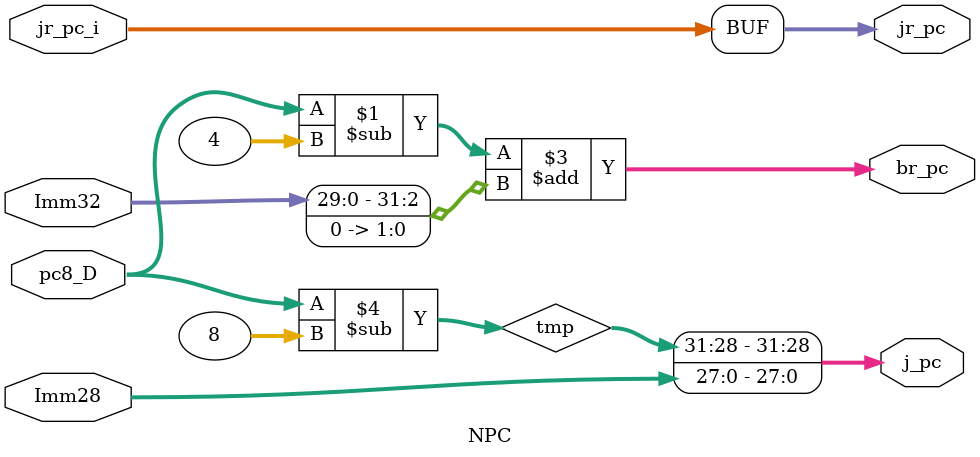
<source format=v>
`timescale 1ns / 1ps

module NPC(
	Imm32, Imm28, pc8_D, jr_pc_i, 
	br_pc, j_pc, jr_pc);
	
	input [31:0] pc8_D;
	input [31:0] Imm32;
	input [27:0] Imm28;
	input [31:0] jr_pc_i;
	
	output [31:0] jr_pc;
	output [31:0] br_pc;
	output [31:0] j_pc;
	
	wire [31:0] tmp;
	
	assign jr_pc = jr_pc_i;
	assign br_pc = pc8_D - 4 + (Imm32 << 2);
	
	assign tmp = pc8_D - 8;
	assign j_pc = {tmp[31:28], Imm28[27:0]};


endmodule

</source>
